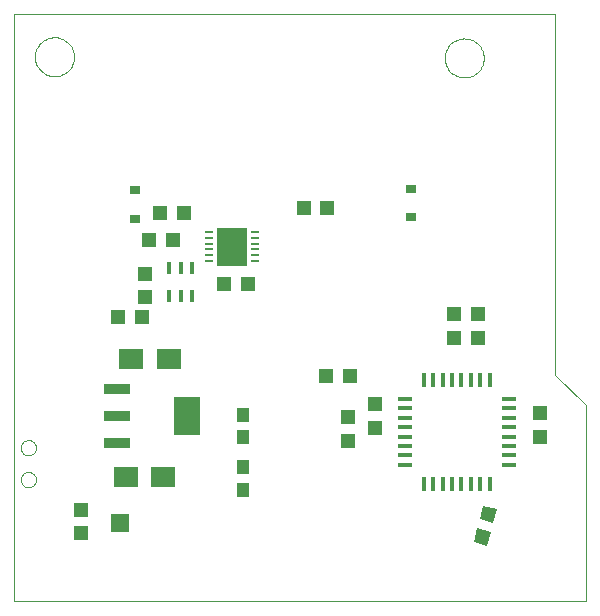
<source format=gtp>
G75*
G70*
%OFA0B0*%
%FSLAX24Y24*%
%IPPOS*%
%LPD*%
%AMOC8*
5,1,8,0,0,1.08239X$1,22.5*
%
%ADD10C,0.0000*%
%ADD11R,0.0138X0.0472*%
%ADD12R,0.0472X0.0138*%
%ADD13R,0.0394X0.0512*%
%ADD14R,0.0472X0.0472*%
%ADD15R,0.0157X0.0394*%
%ADD16R,0.0591X0.0630*%
%ADD17R,0.0472X0.0472*%
%ADD18R,0.0787X0.0709*%
%ADD19R,0.0906X0.0374*%
%ADD20R,0.0906X0.1280*%
%ADD21R,0.0984X0.1299*%
%ADD22R,0.0295X0.0098*%
%ADD23R,0.0354X0.0315*%
D10*
X002631Y002862D02*
X002631Y022429D01*
X020662Y022429D01*
X020662Y010421D01*
X021686Y009398D01*
X021686Y002862D01*
X002631Y002862D01*
X002847Y006917D02*
X002849Y006948D01*
X002855Y006979D01*
X002864Y007009D01*
X002877Y007038D01*
X002894Y007065D01*
X002914Y007089D01*
X002936Y007111D01*
X002962Y007130D01*
X002989Y007146D01*
X003018Y007158D01*
X003048Y007167D01*
X003079Y007172D01*
X003111Y007173D01*
X003142Y007170D01*
X003173Y007163D01*
X003203Y007153D01*
X003231Y007139D01*
X003257Y007121D01*
X003281Y007101D01*
X003302Y007077D01*
X003321Y007052D01*
X003336Y007024D01*
X003347Y006995D01*
X003355Y006964D01*
X003359Y006933D01*
X003359Y006901D01*
X003355Y006870D01*
X003347Y006839D01*
X003336Y006810D01*
X003321Y006782D01*
X003302Y006757D01*
X003281Y006733D01*
X003257Y006713D01*
X003231Y006695D01*
X003203Y006681D01*
X003173Y006671D01*
X003142Y006664D01*
X003111Y006661D01*
X003079Y006662D01*
X003048Y006667D01*
X003018Y006676D01*
X002989Y006688D01*
X002962Y006704D01*
X002936Y006723D01*
X002914Y006745D01*
X002894Y006769D01*
X002877Y006796D01*
X002864Y006825D01*
X002855Y006855D01*
X002849Y006886D01*
X002847Y006917D01*
X002847Y007980D02*
X002849Y008011D01*
X002855Y008042D01*
X002864Y008072D01*
X002877Y008101D01*
X002894Y008128D01*
X002914Y008152D01*
X002936Y008174D01*
X002962Y008193D01*
X002989Y008209D01*
X003018Y008221D01*
X003048Y008230D01*
X003079Y008235D01*
X003111Y008236D01*
X003142Y008233D01*
X003173Y008226D01*
X003203Y008216D01*
X003231Y008202D01*
X003257Y008184D01*
X003281Y008164D01*
X003302Y008140D01*
X003321Y008115D01*
X003336Y008087D01*
X003347Y008058D01*
X003355Y008027D01*
X003359Y007996D01*
X003359Y007964D01*
X003355Y007933D01*
X003347Y007902D01*
X003336Y007873D01*
X003321Y007845D01*
X003302Y007820D01*
X003281Y007796D01*
X003257Y007776D01*
X003231Y007758D01*
X003203Y007744D01*
X003173Y007734D01*
X003142Y007727D01*
X003111Y007724D01*
X003079Y007725D01*
X003048Y007730D01*
X003018Y007739D01*
X002989Y007751D01*
X002962Y007767D01*
X002936Y007786D01*
X002914Y007808D01*
X002894Y007832D01*
X002877Y007859D01*
X002864Y007888D01*
X002855Y007918D01*
X002849Y007949D01*
X002847Y007980D01*
X003319Y021012D02*
X003321Y021062D01*
X003327Y021112D01*
X003337Y021162D01*
X003350Y021210D01*
X003367Y021258D01*
X003388Y021304D01*
X003412Y021348D01*
X003440Y021390D01*
X003471Y021430D01*
X003505Y021467D01*
X003542Y021502D01*
X003581Y021533D01*
X003622Y021562D01*
X003666Y021587D01*
X003712Y021609D01*
X003759Y021627D01*
X003807Y021641D01*
X003856Y021652D01*
X003906Y021659D01*
X003956Y021662D01*
X004007Y021661D01*
X004057Y021656D01*
X004107Y021647D01*
X004155Y021635D01*
X004203Y021618D01*
X004249Y021598D01*
X004294Y021575D01*
X004337Y021548D01*
X004377Y021518D01*
X004415Y021485D01*
X004450Y021449D01*
X004483Y021410D01*
X004512Y021369D01*
X004538Y021326D01*
X004561Y021281D01*
X004580Y021234D01*
X004595Y021186D01*
X004607Y021137D01*
X004615Y021087D01*
X004619Y021037D01*
X004619Y020987D01*
X004615Y020937D01*
X004607Y020887D01*
X004595Y020838D01*
X004580Y020790D01*
X004561Y020743D01*
X004538Y020698D01*
X004512Y020655D01*
X004483Y020614D01*
X004450Y020575D01*
X004415Y020539D01*
X004377Y020506D01*
X004337Y020476D01*
X004294Y020449D01*
X004249Y020426D01*
X004203Y020406D01*
X004155Y020389D01*
X004107Y020377D01*
X004057Y020368D01*
X004007Y020363D01*
X003956Y020362D01*
X003906Y020365D01*
X003856Y020372D01*
X003807Y020383D01*
X003759Y020397D01*
X003712Y020415D01*
X003666Y020437D01*
X003622Y020462D01*
X003581Y020491D01*
X003542Y020522D01*
X003505Y020557D01*
X003471Y020594D01*
X003440Y020634D01*
X003412Y020676D01*
X003388Y020720D01*
X003367Y020766D01*
X003350Y020814D01*
X003337Y020862D01*
X003327Y020912D01*
X003321Y020962D01*
X003319Y021012D01*
X016981Y020973D02*
X016983Y021023D01*
X016989Y021073D01*
X016999Y021123D01*
X017012Y021171D01*
X017029Y021219D01*
X017050Y021265D01*
X017074Y021309D01*
X017102Y021351D01*
X017133Y021391D01*
X017167Y021428D01*
X017204Y021463D01*
X017243Y021494D01*
X017284Y021523D01*
X017328Y021548D01*
X017374Y021570D01*
X017421Y021588D01*
X017469Y021602D01*
X017518Y021613D01*
X017568Y021620D01*
X017618Y021623D01*
X017669Y021622D01*
X017719Y021617D01*
X017769Y021608D01*
X017817Y021596D01*
X017865Y021579D01*
X017911Y021559D01*
X017956Y021536D01*
X017999Y021509D01*
X018039Y021479D01*
X018077Y021446D01*
X018112Y021410D01*
X018145Y021371D01*
X018174Y021330D01*
X018200Y021287D01*
X018223Y021242D01*
X018242Y021195D01*
X018257Y021147D01*
X018269Y021098D01*
X018277Y021048D01*
X018281Y020998D01*
X018281Y020948D01*
X018277Y020898D01*
X018269Y020848D01*
X018257Y020799D01*
X018242Y020751D01*
X018223Y020704D01*
X018200Y020659D01*
X018174Y020616D01*
X018145Y020575D01*
X018112Y020536D01*
X018077Y020500D01*
X018039Y020467D01*
X017999Y020437D01*
X017956Y020410D01*
X017911Y020387D01*
X017865Y020367D01*
X017817Y020350D01*
X017769Y020338D01*
X017719Y020329D01*
X017669Y020324D01*
X017618Y020323D01*
X017568Y020326D01*
X017518Y020333D01*
X017469Y020344D01*
X017421Y020358D01*
X017374Y020376D01*
X017328Y020398D01*
X017284Y020423D01*
X017243Y020452D01*
X017204Y020483D01*
X017167Y020518D01*
X017133Y020555D01*
X017102Y020595D01*
X017074Y020637D01*
X017050Y020681D01*
X017029Y020727D01*
X017012Y020775D01*
X016999Y020823D01*
X016989Y020873D01*
X016983Y020923D01*
X016981Y020973D01*
D11*
X016906Y010244D03*
X016591Y010244D03*
X016276Y010244D03*
X017221Y010244D03*
X017536Y010244D03*
X017851Y010244D03*
X018166Y010244D03*
X018481Y010244D03*
X018481Y006780D03*
X018166Y006780D03*
X017851Y006780D03*
X017536Y006780D03*
X017221Y006780D03*
X016906Y006780D03*
X016591Y006780D03*
X016276Y006780D03*
D12*
X015646Y007410D03*
X015646Y007725D03*
X015646Y008040D03*
X015646Y008354D03*
X015646Y008669D03*
X015646Y008984D03*
X015646Y009299D03*
X015646Y009614D03*
X019111Y009614D03*
X019111Y009299D03*
X019111Y008984D03*
X019111Y008669D03*
X019111Y008354D03*
X019111Y008040D03*
X019111Y007725D03*
X019111Y007410D03*
D13*
X010253Y007323D03*
X010253Y006575D03*
X010245Y008327D03*
X010245Y009075D03*
D14*
X013024Y010382D03*
X013812Y010382D03*
X014670Y009441D03*
X014670Y008654D03*
X013764Y009004D03*
X013764Y008217D03*
X017300Y011646D03*
X018079Y011642D03*
X018079Y012429D03*
X017300Y012433D03*
X020142Y009130D03*
X020142Y008343D03*
X013064Y015973D03*
X012276Y015973D03*
X010406Y013445D03*
X009619Y013445D03*
X007906Y014910D03*
X007119Y014910D03*
X007497Y015791D03*
X008284Y015791D03*
X006981Y013788D03*
X006981Y013000D03*
X006883Y012335D03*
X006095Y012335D03*
X004856Y005915D03*
X004856Y005128D03*
D15*
X007804Y013028D03*
X008178Y013028D03*
X008552Y013028D03*
X008552Y013973D03*
X008178Y013973D03*
X007804Y013973D03*
D16*
X006155Y005482D03*
D17*
G36*
X018522Y005170D02*
X018399Y004715D01*
X017944Y004838D01*
X018067Y005293D01*
X018522Y005170D01*
G37*
G36*
X018726Y005931D02*
X018603Y005476D01*
X018148Y005599D01*
X018271Y006054D01*
X018726Y005931D01*
G37*
D18*
X007796Y010954D03*
X006536Y010954D03*
X006341Y006998D03*
X007601Y006998D03*
D19*
X006056Y008138D03*
X006056Y009043D03*
X006056Y009949D03*
D20*
X008379Y009043D03*
D21*
X009890Y014689D03*
D22*
X009111Y014591D03*
X009111Y014788D03*
X009111Y014984D03*
X009111Y015181D03*
X009111Y014394D03*
X009111Y014197D03*
X010670Y014197D03*
X010670Y014394D03*
X010670Y014591D03*
X010670Y014788D03*
X010670Y014984D03*
X010670Y015181D03*
D23*
X006646Y015618D03*
X006646Y016563D03*
X015859Y016603D03*
X015859Y015658D03*
M02*

</source>
